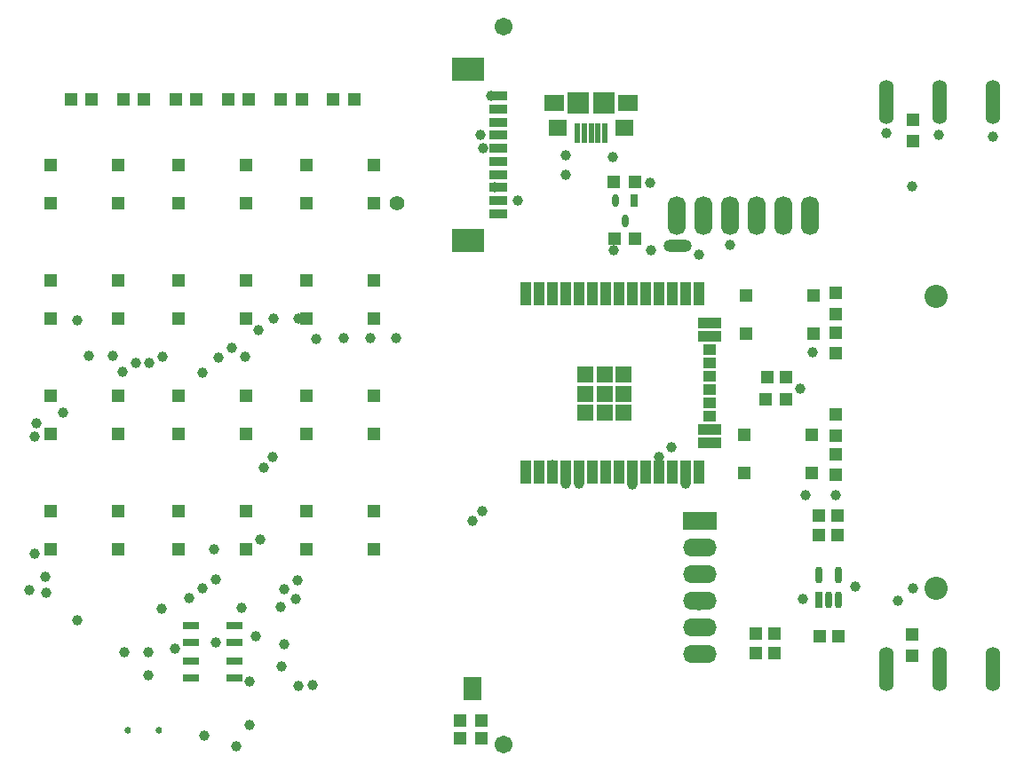
<source format=gts>
G04*
G04 #@! TF.GenerationSoftware,Altium Limited,Altium Designer,21.2.1 (34)*
G04*
G04 Layer_Color=8388736*
%FSLAX43Y43*%
%MOMM*%
G71*
G04*
G04 #@! TF.SameCoordinates,D37F3DA0-8DBA-475A-B69E-14A0DF471598*
G04*
G04*
G04 #@! TF.FilePolarity,Negative*
G04*
G01*
G75*
%ADD17R,1.200X1.200*%
G04:AMPARAMS|DCode=28|XSize=1.6mm|YSize=0.7mm|CornerRadius=0.35mm|HoleSize=0mm|Usage=FLASHONLY|Rotation=90.000|XOffset=0mm|YOffset=0mm|HoleType=Round|Shape=RoundedRectangle|*
%AMROUNDEDRECTD28*
21,1,1.600,0.000,0,0,90.0*
21,1,0.900,0.700,0,0,90.0*
1,1,0.700,0.000,0.450*
1,1,0.700,0.000,-0.450*
1,1,0.700,0.000,-0.450*
1,1,0.700,0.000,0.450*
%
%ADD28ROUNDEDRECTD28*%
%ADD29R,0.700X1.600*%
%ADD34R,0.700X1.200*%
G04:AMPARAMS|DCode=35|XSize=1.2mm|YSize=0.7mm|CornerRadius=0.35mm|HoleSize=0mm|Usage=FLASHONLY|Rotation=270.000|XOffset=0mm|YOffset=0mm|HoleType=Round|Shape=RoundedRectangle|*
%AMROUNDEDRECTD35*
21,1,1.200,0.000,0,0,270.0*
21,1,0.500,0.700,0,0,270.0*
1,1,0.700,0.000,-0.250*
1,1,0.700,0.000,0.250*
1,1,0.700,0.000,0.250*
1,1,0.700,0.000,-0.250*
%
%ADD35ROUNDEDRECTD35*%
%ADD42R,1.203X1.203*%
%ADD43R,2.103X2.103*%
%ADD44R,1.903X1.503*%
%ADD45R,1.803X1.603*%
%ADD46R,0.603X1.903*%
%ADD47R,1.503X1.503*%
%ADD48R,1.503X1.503*%
%ADD49R,1.103X2.203*%
%ADD50R,2.203X1.103*%
%ADD51R,1.203X1.103*%
%ADD52R,1.203X1.153*%
%ADD53O,3.203X1.703*%
%ADD54R,3.203X1.703*%
%ADD55R,1.803X2.203*%
%ADD56R,1.153X1.203*%
%ADD57O,1.703X3.703*%
%ADD58R,1.752X0.952*%
%ADD59R,3.152X2.252*%
%ADD60O,1.403X4.203*%
%ADD61O,2.703X1.203*%
%ADD62R,1.603X0.803*%
%ADD63C,1.703*%
%ADD64C,2.203*%
%ADD65C,0.628*%
%ADD66C,1.403*%
%ADD67C,1.003*%
D17*
X78401Y14022D02*
D03*
X76641D02*
D03*
X78401Y12117D02*
D03*
X76641D02*
D03*
X82731Y13747D02*
D03*
X84491D02*
D03*
X84376Y23397D02*
D03*
X82616D02*
D03*
X84366Y25270D02*
D03*
X82606D02*
D03*
X79516Y38492D02*
D03*
X77756D02*
D03*
D28*
X82597Y19555D02*
D03*
X84497D02*
D03*
Y17223D02*
D03*
X83547D02*
D03*
D29*
X82597D02*
D03*
D34*
X65054Y55306D02*
D03*
D35*
X63224D02*
D03*
X64139Y53349D02*
D03*
D42*
X82131Y46297D02*
D03*
Y42647D02*
D03*
X75701Y42647D02*
D03*
Y46297D02*
D03*
X81956Y32947D02*
D03*
Y29297D02*
D03*
X75526Y29297D02*
D03*
Y32947D02*
D03*
X33795Y25692D02*
D03*
Y22042D02*
D03*
X40225Y22042D02*
D03*
Y25692D02*
D03*
X28025D02*
D03*
Y22042D02*
D03*
X21595Y22042D02*
D03*
Y25692D02*
D03*
X15820Y25692D02*
D03*
Y22042D02*
D03*
X9390Y22042D02*
D03*
Y25692D02*
D03*
X40225Y36700D02*
D03*
Y33050D02*
D03*
X33795Y33050D02*
D03*
Y36700D02*
D03*
X28020Y36700D02*
D03*
Y33050D02*
D03*
X21590Y33050D02*
D03*
Y36700D02*
D03*
X15820Y36700D02*
D03*
Y33050D02*
D03*
X9390Y33050D02*
D03*
Y36700D02*
D03*
X40225Y47705D02*
D03*
Y44055D02*
D03*
X33795Y44055D02*
D03*
Y47705D02*
D03*
X28020Y47705D02*
D03*
Y44055D02*
D03*
X21590Y44055D02*
D03*
Y47705D02*
D03*
X15820Y47705D02*
D03*
Y44055D02*
D03*
X9390Y44055D02*
D03*
Y47705D02*
D03*
X40230Y58717D02*
D03*
Y55067D02*
D03*
X33800Y55067D02*
D03*
Y58717D02*
D03*
X28025Y58717D02*
D03*
Y55067D02*
D03*
X21595Y55067D02*
D03*
Y58717D02*
D03*
X9395D02*
D03*
Y55067D02*
D03*
X15825Y55067D02*
D03*
Y58717D02*
D03*
D43*
X59719Y64667D02*
D03*
X62119D02*
D03*
D44*
X57388Y64670D02*
D03*
X64448D02*
D03*
D45*
X57719Y62217D02*
D03*
X64119D02*
D03*
D46*
X59619Y61792D02*
D03*
X60269D02*
D03*
X60919D02*
D03*
X61569D02*
D03*
X62219D02*
D03*
D47*
X60350Y38702D02*
D03*
X62193Y38732D02*
D03*
Y36897D02*
D03*
Y35062D02*
D03*
X64036Y38702D02*
D03*
D48*
X60350Y36867D02*
D03*
X60358Y35062D02*
D03*
X64028D02*
D03*
X64036Y36867D02*
D03*
D49*
X54693Y29397D02*
D03*
D03*
X55963D02*
D03*
X57233D02*
D03*
X59773D02*
D03*
X61043D02*
D03*
X62313D02*
D03*
X63583D02*
D03*
X64853D02*
D03*
X66123D02*
D03*
X67393D02*
D03*
X68663D02*
D03*
X69933D02*
D03*
X71203D02*
D03*
Y46397D02*
D03*
D03*
X69933D02*
D03*
X68663D02*
D03*
X67393D02*
D03*
X66123D02*
D03*
X64853D02*
D03*
X63583D02*
D03*
X62313D02*
D03*
X61043D02*
D03*
X59773D02*
D03*
X58503D02*
D03*
X57233D02*
D03*
X55963D02*
D03*
X54693D02*
D03*
X58503Y29397D02*
D03*
D50*
X72203Y32182D02*
D03*
D03*
Y33452D02*
D03*
Y42342D02*
D03*
Y43612D02*
D03*
D51*
Y34722D02*
D03*
Y35992D02*
D03*
Y37262D02*
D03*
Y38532D02*
D03*
Y39802D02*
D03*
Y41072D02*
D03*
D52*
X77516Y36332D02*
D03*
X79516D02*
D03*
X50453Y3996D02*
D03*
X48453D02*
D03*
X65083Y57057D02*
D03*
X63083D02*
D03*
X63141Y51696D02*
D03*
X65141D02*
D03*
X48453Y5724D02*
D03*
X50453D02*
D03*
X36306Y65003D02*
D03*
X38306D02*
D03*
X33310Y65003D02*
D03*
X31310D02*
D03*
X28306Y65003D02*
D03*
X26306D02*
D03*
X23310Y65003D02*
D03*
X21310D02*
D03*
X18310Y65003D02*
D03*
X16310D02*
D03*
X13310D02*
D03*
X11310D02*
D03*
D53*
X71261Y12012D02*
D03*
Y14552D02*
D03*
Y17092D02*
D03*
Y19632D02*
D03*
Y22172D02*
D03*
D54*
Y24712D02*
D03*
D55*
X49642Y8760D02*
D03*
D56*
X84261Y42742D02*
D03*
Y40742D02*
D03*
X84258Y34910D02*
D03*
Y32910D02*
D03*
X84251Y44487D02*
D03*
Y46487D02*
D03*
X84256Y31127D02*
D03*
Y29127D02*
D03*
X91555Y13897D02*
D03*
Y11897D02*
D03*
X91581Y61030D02*
D03*
Y63030D02*
D03*
D57*
X69108Y53898D02*
D03*
X71648D02*
D03*
X74188D02*
D03*
X76728D02*
D03*
X79268D02*
D03*
X81808D02*
D03*
D58*
X52087Y65304D02*
D03*
Y64054D02*
D03*
Y62804D02*
D03*
Y61554D02*
D03*
Y60304D02*
D03*
Y59054D02*
D03*
Y57804D02*
D03*
Y56554D02*
D03*
Y55304D02*
D03*
Y54054D02*
D03*
D59*
X49187Y51504D02*
D03*
Y67854D02*
D03*
D60*
X89026Y10572D02*
D03*
X94106D02*
D03*
X99186D02*
D03*
Y64722D02*
D03*
X94106D02*
D03*
X89026D02*
D03*
D61*
X69132Y51013D02*
D03*
D62*
X26886Y13159D02*
D03*
Y14759D02*
D03*
X22786Y13159D02*
D03*
Y14759D02*
D03*
Y11406D02*
D03*
Y9806D02*
D03*
X26886Y11406D02*
D03*
Y9806D02*
D03*
D63*
X52586Y3397D02*
D03*
Y71892D02*
D03*
X71157Y12013D02*
D03*
X71261Y14552D02*
D03*
X71236Y17067D02*
D03*
X71261Y19632D02*
D03*
Y22172D02*
D03*
Y24712D02*
D03*
D64*
X93796Y18346D02*
D03*
Y46146D02*
D03*
D65*
X16737Y4750D02*
D03*
X19737D02*
D03*
D66*
X42393Y55067D02*
D03*
D67*
X81336Y27192D02*
D03*
X64850Y28218D02*
D03*
X59770Y28320D02*
D03*
X50524Y25678D02*
D03*
X49642Y8760D02*
D03*
X84255Y27202D02*
D03*
X61040Y29996D02*
D03*
X81131Y17296D02*
D03*
X86110Y18515D02*
D03*
X91571Y18312D02*
D03*
X90148Y17144D02*
D03*
X62310Y29146D02*
D03*
X84230Y29107D02*
D03*
X58500Y59612D02*
D03*
Y57758D02*
D03*
X74172Y51103D02*
D03*
X82011Y40817D02*
D03*
X80852Y37362D02*
D03*
X76737Y53897D02*
D03*
X69930Y28308D02*
D03*
X62945Y59460D02*
D03*
X89031Y61721D02*
D03*
X94060Y61568D02*
D03*
X99216Y61416D02*
D03*
X49635Y24738D02*
D03*
X58500Y28320D02*
D03*
X50597Y60304D02*
D03*
X50397Y61543D02*
D03*
X57255Y30047D02*
D03*
X51699Y56557D02*
D03*
X71203Y50130D02*
D03*
X53886Y55294D02*
D03*
X66575Y57035D02*
D03*
X63110Y50597D02*
D03*
X67392Y30846D02*
D03*
X68608Y31763D02*
D03*
X66606Y50567D02*
D03*
X51360Y65304D02*
D03*
X91554Y56665D02*
D03*
X42367Y42189D02*
D03*
X39853Y42164D02*
D03*
X34722Y42139D02*
D03*
X30632Y44069D02*
D03*
X33045D02*
D03*
X7899Y21615D02*
D03*
X29743Y29794D02*
D03*
X30531Y30810D02*
D03*
X29362Y22987D02*
D03*
X37313Y42189D02*
D03*
X33034Y9003D02*
D03*
X34366Y9093D02*
D03*
X32944Y19101D02*
D03*
X32766Y17323D02*
D03*
X31674Y18210D02*
D03*
X20015Y16408D02*
D03*
X22581Y17374D02*
D03*
X23851Y38913D02*
D03*
X25400Y40361D02*
D03*
X20066Y40411D02*
D03*
X16231Y38938D02*
D03*
X17501Y39802D02*
D03*
X24974Y22042D02*
D03*
X25097Y13153D02*
D03*
X10617Y35052D02*
D03*
X8001Y34036D02*
D03*
X29185Y42926D02*
D03*
X26645Y41275D02*
D03*
X15291Y40538D02*
D03*
X13030D02*
D03*
X11963Y43891D02*
D03*
X11937Y15241D02*
D03*
X7391Y18161D02*
D03*
X8992Y17932D02*
D03*
X8890Y19380D02*
D03*
X25121Y19202D02*
D03*
X23876Y18288D02*
D03*
X27915Y40411D02*
D03*
X18771Y39853D02*
D03*
X7849Y32756D02*
D03*
X40225Y25663D02*
D03*
X27635Y16485D02*
D03*
X31293Y16510D02*
D03*
X28968Y13767D02*
D03*
X31633Y13015D02*
D03*
X31396Y10902D02*
D03*
X24079Y4228D02*
D03*
X21209Y12573D02*
D03*
X16408Y12243D02*
D03*
X27050Y3278D02*
D03*
X28397Y9398D02*
D03*
X28372Y5283D02*
D03*
X18720Y12243D02*
D03*
Y10033D02*
D03*
X23318Y65011D02*
D03*
X18324Y65014D02*
D03*
X13310Y65003D02*
D03*
X28296Y64993D02*
D03*
X33310Y65003D02*
D03*
X38303Y65000D02*
D03*
M02*

</source>
